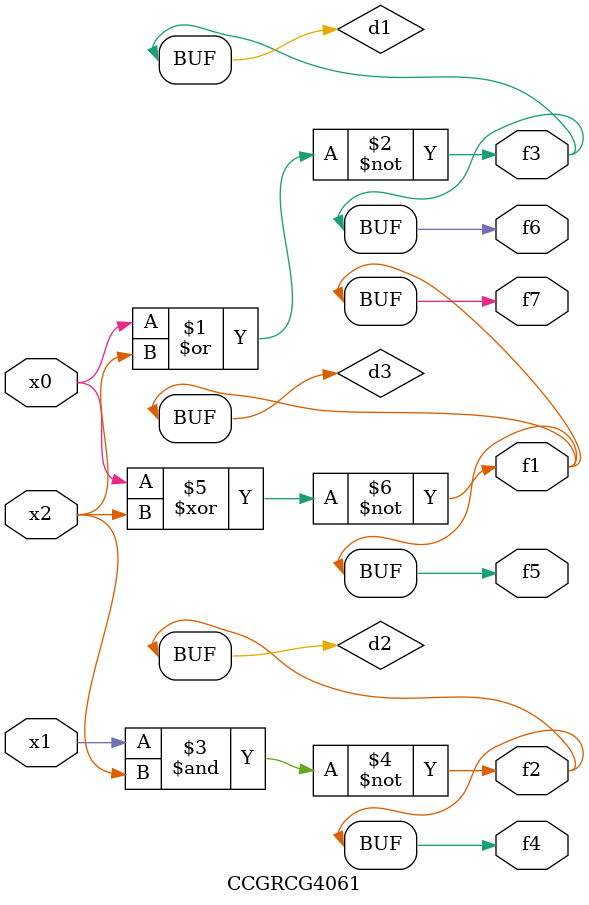
<source format=v>
module CCGRCG4061(
	input x0, x1, x2,
	output f1, f2, f3, f4, f5, f6, f7
);

	wire d1, d2, d3;

	nor (d1, x0, x2);
	nand (d2, x1, x2);
	xnor (d3, x0, x2);
	assign f1 = d3;
	assign f2 = d2;
	assign f3 = d1;
	assign f4 = d2;
	assign f5 = d3;
	assign f6 = d1;
	assign f7 = d3;
endmodule

</source>
